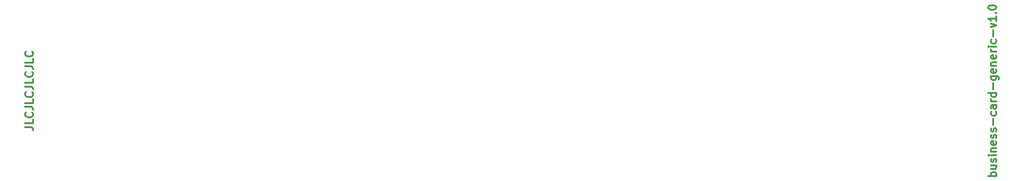
<source format=gbr>
%TF.GenerationSoftware,KiCad,Pcbnew,8.0.5+dfsg-1*%
%TF.CreationDate,2024-09-24T14:54:02+01:00*%
%TF.ProjectId,business card-generic-panel,62757369-6e65-4737-9320-636172642d67,rev?*%
%TF.SameCoordinates,Original*%
%TF.FileFunction,Legend,Top*%
%TF.FilePolarity,Positive*%
%FSLAX46Y46*%
G04 Gerber Fmt 4.6, Leading zero omitted, Abs format (unit mm)*
G04 Created by KiCad (PCBNEW 8.0.5+dfsg-1) date 2024-09-24 14:54:02*
%MOMM*%
%LPD*%
G01*
G04 APERTURE LIST*
%ADD10C,0.300000*%
%ADD11C,4.200000*%
%ADD12C,1.000000*%
%ADD13C,2.000000*%
G04 APERTURE END LIST*
D10*
X56445328Y-168428571D02*
X57516757Y-168428571D01*
X57516757Y-168428571D02*
X57731042Y-168500000D01*
X57731042Y-168500000D02*
X57873900Y-168642857D01*
X57873900Y-168642857D02*
X57945328Y-168857143D01*
X57945328Y-168857143D02*
X57945328Y-169000000D01*
X57945328Y-167000000D02*
X57945328Y-167714286D01*
X57945328Y-167714286D02*
X56445328Y-167714286D01*
X57802471Y-165642857D02*
X57873900Y-165714285D01*
X57873900Y-165714285D02*
X57945328Y-165928571D01*
X57945328Y-165928571D02*
X57945328Y-166071428D01*
X57945328Y-166071428D02*
X57873900Y-166285714D01*
X57873900Y-166285714D02*
X57731042Y-166428571D01*
X57731042Y-166428571D02*
X57588185Y-166500000D01*
X57588185Y-166500000D02*
X57302471Y-166571428D01*
X57302471Y-166571428D02*
X57088185Y-166571428D01*
X57088185Y-166571428D02*
X56802471Y-166500000D01*
X56802471Y-166500000D02*
X56659614Y-166428571D01*
X56659614Y-166428571D02*
X56516757Y-166285714D01*
X56516757Y-166285714D02*
X56445328Y-166071428D01*
X56445328Y-166071428D02*
X56445328Y-165928571D01*
X56445328Y-165928571D02*
X56516757Y-165714285D01*
X56516757Y-165714285D02*
X56588185Y-165642857D01*
X56445328Y-164571428D02*
X57516757Y-164571428D01*
X57516757Y-164571428D02*
X57731042Y-164642857D01*
X57731042Y-164642857D02*
X57873900Y-164785714D01*
X57873900Y-164785714D02*
X57945328Y-165000000D01*
X57945328Y-165000000D02*
X57945328Y-165142857D01*
X57945328Y-163142857D02*
X57945328Y-163857143D01*
X57945328Y-163857143D02*
X56445328Y-163857143D01*
X57802471Y-161785714D02*
X57873900Y-161857142D01*
X57873900Y-161857142D02*
X57945328Y-162071428D01*
X57945328Y-162071428D02*
X57945328Y-162214285D01*
X57945328Y-162214285D02*
X57873900Y-162428571D01*
X57873900Y-162428571D02*
X57731042Y-162571428D01*
X57731042Y-162571428D02*
X57588185Y-162642857D01*
X57588185Y-162642857D02*
X57302471Y-162714285D01*
X57302471Y-162714285D02*
X57088185Y-162714285D01*
X57088185Y-162714285D02*
X56802471Y-162642857D01*
X56802471Y-162642857D02*
X56659614Y-162571428D01*
X56659614Y-162571428D02*
X56516757Y-162428571D01*
X56516757Y-162428571D02*
X56445328Y-162214285D01*
X56445328Y-162214285D02*
X56445328Y-162071428D01*
X56445328Y-162071428D02*
X56516757Y-161857142D01*
X56516757Y-161857142D02*
X56588185Y-161785714D01*
X56445328Y-160714285D02*
X57516757Y-160714285D01*
X57516757Y-160714285D02*
X57731042Y-160785714D01*
X57731042Y-160785714D02*
X57873900Y-160928571D01*
X57873900Y-160928571D02*
X57945328Y-161142857D01*
X57945328Y-161142857D02*
X57945328Y-161285714D01*
X57945328Y-159285714D02*
X57945328Y-160000000D01*
X57945328Y-160000000D02*
X56445328Y-160000000D01*
X57802471Y-157928571D02*
X57873900Y-157999999D01*
X57873900Y-157999999D02*
X57945328Y-158214285D01*
X57945328Y-158214285D02*
X57945328Y-158357142D01*
X57945328Y-158357142D02*
X57873900Y-158571428D01*
X57873900Y-158571428D02*
X57731042Y-158714285D01*
X57731042Y-158714285D02*
X57588185Y-158785714D01*
X57588185Y-158785714D02*
X57302471Y-158857142D01*
X57302471Y-158857142D02*
X57088185Y-158857142D01*
X57088185Y-158857142D02*
X56802471Y-158785714D01*
X56802471Y-158785714D02*
X56659614Y-158714285D01*
X56659614Y-158714285D02*
X56516757Y-158571428D01*
X56516757Y-158571428D02*
X56445328Y-158357142D01*
X56445328Y-158357142D02*
X56445328Y-158214285D01*
X56445328Y-158214285D02*
X56516757Y-157999999D01*
X56516757Y-157999999D02*
X56588185Y-157928571D01*
X56445328Y-156857142D02*
X57516757Y-156857142D01*
X57516757Y-156857142D02*
X57731042Y-156928571D01*
X57731042Y-156928571D02*
X57873900Y-157071428D01*
X57873900Y-157071428D02*
X57945328Y-157285714D01*
X57945328Y-157285714D02*
X57945328Y-157428571D01*
X57945328Y-155428571D02*
X57945328Y-156142857D01*
X57945328Y-156142857D02*
X56445328Y-156142857D01*
X57802471Y-154071428D02*
X57873900Y-154142856D01*
X57873900Y-154142856D02*
X57945328Y-154357142D01*
X57945328Y-154357142D02*
X57945328Y-154499999D01*
X57945328Y-154499999D02*
X57873900Y-154714285D01*
X57873900Y-154714285D02*
X57731042Y-154857142D01*
X57731042Y-154857142D02*
X57588185Y-154928571D01*
X57588185Y-154928571D02*
X57302471Y-154999999D01*
X57302471Y-154999999D02*
X57088185Y-154999999D01*
X57088185Y-154999999D02*
X56802471Y-154928571D01*
X56802471Y-154928571D02*
X56659614Y-154857142D01*
X56659614Y-154857142D02*
X56516757Y-154714285D01*
X56516757Y-154714285D02*
X56445328Y-154499999D01*
X56445328Y-154499999D02*
X56445328Y-154357142D01*
X56445328Y-154357142D02*
X56516757Y-154142856D01*
X56516757Y-154142856D02*
X56588185Y-154071428D01*
X240411328Y-177714285D02*
X238911328Y-177714285D01*
X239482757Y-177714285D02*
X239411328Y-177571428D01*
X239411328Y-177571428D02*
X239411328Y-177285713D01*
X239411328Y-177285713D02*
X239482757Y-177142856D01*
X239482757Y-177142856D02*
X239554185Y-177071428D01*
X239554185Y-177071428D02*
X239697042Y-176999999D01*
X239697042Y-176999999D02*
X240125614Y-176999999D01*
X240125614Y-176999999D02*
X240268471Y-177071428D01*
X240268471Y-177071428D02*
X240339900Y-177142856D01*
X240339900Y-177142856D02*
X240411328Y-177285713D01*
X240411328Y-177285713D02*
X240411328Y-177571428D01*
X240411328Y-177571428D02*
X240339900Y-177714285D01*
X239411328Y-175714285D02*
X240411328Y-175714285D01*
X239411328Y-176357142D02*
X240197042Y-176357142D01*
X240197042Y-176357142D02*
X240339900Y-176285713D01*
X240339900Y-176285713D02*
X240411328Y-176142856D01*
X240411328Y-176142856D02*
X240411328Y-175928570D01*
X240411328Y-175928570D02*
X240339900Y-175785713D01*
X240339900Y-175785713D02*
X240268471Y-175714285D01*
X240339900Y-175071427D02*
X240411328Y-174928570D01*
X240411328Y-174928570D02*
X240411328Y-174642856D01*
X240411328Y-174642856D02*
X240339900Y-174499999D01*
X240339900Y-174499999D02*
X240197042Y-174428570D01*
X240197042Y-174428570D02*
X240125614Y-174428570D01*
X240125614Y-174428570D02*
X239982757Y-174499999D01*
X239982757Y-174499999D02*
X239911328Y-174642856D01*
X239911328Y-174642856D02*
X239911328Y-174857142D01*
X239911328Y-174857142D02*
X239839900Y-174999999D01*
X239839900Y-174999999D02*
X239697042Y-175071427D01*
X239697042Y-175071427D02*
X239625614Y-175071427D01*
X239625614Y-175071427D02*
X239482757Y-174999999D01*
X239482757Y-174999999D02*
X239411328Y-174857142D01*
X239411328Y-174857142D02*
X239411328Y-174642856D01*
X239411328Y-174642856D02*
X239482757Y-174499999D01*
X240411328Y-173785713D02*
X239411328Y-173785713D01*
X238911328Y-173785713D02*
X238982757Y-173857141D01*
X238982757Y-173857141D02*
X239054185Y-173785713D01*
X239054185Y-173785713D02*
X238982757Y-173714284D01*
X238982757Y-173714284D02*
X238911328Y-173785713D01*
X238911328Y-173785713D02*
X239054185Y-173785713D01*
X239411328Y-173071427D02*
X240411328Y-173071427D01*
X239554185Y-173071427D02*
X239482757Y-172999998D01*
X239482757Y-172999998D02*
X239411328Y-172857141D01*
X239411328Y-172857141D02*
X239411328Y-172642855D01*
X239411328Y-172642855D02*
X239482757Y-172499998D01*
X239482757Y-172499998D02*
X239625614Y-172428570D01*
X239625614Y-172428570D02*
X240411328Y-172428570D01*
X240339900Y-171142855D02*
X240411328Y-171285712D01*
X240411328Y-171285712D02*
X240411328Y-171571427D01*
X240411328Y-171571427D02*
X240339900Y-171714284D01*
X240339900Y-171714284D02*
X240197042Y-171785712D01*
X240197042Y-171785712D02*
X239625614Y-171785712D01*
X239625614Y-171785712D02*
X239482757Y-171714284D01*
X239482757Y-171714284D02*
X239411328Y-171571427D01*
X239411328Y-171571427D02*
X239411328Y-171285712D01*
X239411328Y-171285712D02*
X239482757Y-171142855D01*
X239482757Y-171142855D02*
X239625614Y-171071427D01*
X239625614Y-171071427D02*
X239768471Y-171071427D01*
X239768471Y-171071427D02*
X239911328Y-171785712D01*
X240339900Y-170499998D02*
X240411328Y-170357141D01*
X240411328Y-170357141D02*
X240411328Y-170071427D01*
X240411328Y-170071427D02*
X240339900Y-169928570D01*
X240339900Y-169928570D02*
X240197042Y-169857141D01*
X240197042Y-169857141D02*
X240125614Y-169857141D01*
X240125614Y-169857141D02*
X239982757Y-169928570D01*
X239982757Y-169928570D02*
X239911328Y-170071427D01*
X239911328Y-170071427D02*
X239911328Y-170285713D01*
X239911328Y-170285713D02*
X239839900Y-170428570D01*
X239839900Y-170428570D02*
X239697042Y-170499998D01*
X239697042Y-170499998D02*
X239625614Y-170499998D01*
X239625614Y-170499998D02*
X239482757Y-170428570D01*
X239482757Y-170428570D02*
X239411328Y-170285713D01*
X239411328Y-170285713D02*
X239411328Y-170071427D01*
X239411328Y-170071427D02*
X239482757Y-169928570D01*
X240339900Y-169285712D02*
X240411328Y-169142855D01*
X240411328Y-169142855D02*
X240411328Y-168857141D01*
X240411328Y-168857141D02*
X240339900Y-168714284D01*
X240339900Y-168714284D02*
X240197042Y-168642855D01*
X240197042Y-168642855D02*
X240125614Y-168642855D01*
X240125614Y-168642855D02*
X239982757Y-168714284D01*
X239982757Y-168714284D02*
X239911328Y-168857141D01*
X239911328Y-168857141D02*
X239911328Y-169071427D01*
X239911328Y-169071427D02*
X239839900Y-169214284D01*
X239839900Y-169214284D02*
X239697042Y-169285712D01*
X239697042Y-169285712D02*
X239625614Y-169285712D01*
X239625614Y-169285712D02*
X239482757Y-169214284D01*
X239482757Y-169214284D02*
X239411328Y-169071427D01*
X239411328Y-169071427D02*
X239411328Y-168857141D01*
X239411328Y-168857141D02*
X239482757Y-168714284D01*
X239839900Y-167999998D02*
X239839900Y-166857141D01*
X240339900Y-165499998D02*
X240411328Y-165642855D01*
X240411328Y-165642855D02*
X240411328Y-165928569D01*
X240411328Y-165928569D02*
X240339900Y-166071426D01*
X240339900Y-166071426D02*
X240268471Y-166142855D01*
X240268471Y-166142855D02*
X240125614Y-166214283D01*
X240125614Y-166214283D02*
X239697042Y-166214283D01*
X239697042Y-166214283D02*
X239554185Y-166142855D01*
X239554185Y-166142855D02*
X239482757Y-166071426D01*
X239482757Y-166071426D02*
X239411328Y-165928569D01*
X239411328Y-165928569D02*
X239411328Y-165642855D01*
X239411328Y-165642855D02*
X239482757Y-165499998D01*
X240411328Y-164214284D02*
X239625614Y-164214284D01*
X239625614Y-164214284D02*
X239482757Y-164285712D01*
X239482757Y-164285712D02*
X239411328Y-164428569D01*
X239411328Y-164428569D02*
X239411328Y-164714284D01*
X239411328Y-164714284D02*
X239482757Y-164857141D01*
X240339900Y-164214284D02*
X240411328Y-164357141D01*
X240411328Y-164357141D02*
X240411328Y-164714284D01*
X240411328Y-164714284D02*
X240339900Y-164857141D01*
X240339900Y-164857141D02*
X240197042Y-164928569D01*
X240197042Y-164928569D02*
X240054185Y-164928569D01*
X240054185Y-164928569D02*
X239911328Y-164857141D01*
X239911328Y-164857141D02*
X239839900Y-164714284D01*
X239839900Y-164714284D02*
X239839900Y-164357141D01*
X239839900Y-164357141D02*
X239768471Y-164214284D01*
X240411328Y-163499998D02*
X239411328Y-163499998D01*
X239697042Y-163499998D02*
X239554185Y-163428569D01*
X239554185Y-163428569D02*
X239482757Y-163357141D01*
X239482757Y-163357141D02*
X239411328Y-163214283D01*
X239411328Y-163214283D02*
X239411328Y-163071426D01*
X240411328Y-161928570D02*
X238911328Y-161928570D01*
X240339900Y-161928570D02*
X240411328Y-162071427D01*
X240411328Y-162071427D02*
X240411328Y-162357141D01*
X240411328Y-162357141D02*
X240339900Y-162499998D01*
X240339900Y-162499998D02*
X240268471Y-162571427D01*
X240268471Y-162571427D02*
X240125614Y-162642855D01*
X240125614Y-162642855D02*
X239697042Y-162642855D01*
X239697042Y-162642855D02*
X239554185Y-162571427D01*
X239554185Y-162571427D02*
X239482757Y-162499998D01*
X239482757Y-162499998D02*
X239411328Y-162357141D01*
X239411328Y-162357141D02*
X239411328Y-162071427D01*
X239411328Y-162071427D02*
X239482757Y-161928570D01*
X239839900Y-161214284D02*
X239839900Y-160071427D01*
X239411328Y-158714284D02*
X240625614Y-158714284D01*
X240625614Y-158714284D02*
X240768471Y-158785712D01*
X240768471Y-158785712D02*
X240839900Y-158857141D01*
X240839900Y-158857141D02*
X240911328Y-158999998D01*
X240911328Y-158999998D02*
X240911328Y-159214284D01*
X240911328Y-159214284D02*
X240839900Y-159357141D01*
X240339900Y-158714284D02*
X240411328Y-158857141D01*
X240411328Y-158857141D02*
X240411328Y-159142855D01*
X240411328Y-159142855D02*
X240339900Y-159285712D01*
X240339900Y-159285712D02*
X240268471Y-159357141D01*
X240268471Y-159357141D02*
X240125614Y-159428569D01*
X240125614Y-159428569D02*
X239697042Y-159428569D01*
X239697042Y-159428569D02*
X239554185Y-159357141D01*
X239554185Y-159357141D02*
X239482757Y-159285712D01*
X239482757Y-159285712D02*
X239411328Y-159142855D01*
X239411328Y-159142855D02*
X239411328Y-158857141D01*
X239411328Y-158857141D02*
X239482757Y-158714284D01*
X240339900Y-157428569D02*
X240411328Y-157571426D01*
X240411328Y-157571426D02*
X240411328Y-157857141D01*
X240411328Y-157857141D02*
X240339900Y-157999998D01*
X240339900Y-157999998D02*
X240197042Y-158071426D01*
X240197042Y-158071426D02*
X239625614Y-158071426D01*
X239625614Y-158071426D02*
X239482757Y-157999998D01*
X239482757Y-157999998D02*
X239411328Y-157857141D01*
X239411328Y-157857141D02*
X239411328Y-157571426D01*
X239411328Y-157571426D02*
X239482757Y-157428569D01*
X239482757Y-157428569D02*
X239625614Y-157357141D01*
X239625614Y-157357141D02*
X239768471Y-157357141D01*
X239768471Y-157357141D02*
X239911328Y-158071426D01*
X239411328Y-156714284D02*
X240411328Y-156714284D01*
X239554185Y-156714284D02*
X239482757Y-156642855D01*
X239482757Y-156642855D02*
X239411328Y-156499998D01*
X239411328Y-156499998D02*
X239411328Y-156285712D01*
X239411328Y-156285712D02*
X239482757Y-156142855D01*
X239482757Y-156142855D02*
X239625614Y-156071427D01*
X239625614Y-156071427D02*
X240411328Y-156071427D01*
X240339900Y-154785712D02*
X240411328Y-154928569D01*
X240411328Y-154928569D02*
X240411328Y-155214284D01*
X240411328Y-155214284D02*
X240339900Y-155357141D01*
X240339900Y-155357141D02*
X240197042Y-155428569D01*
X240197042Y-155428569D02*
X239625614Y-155428569D01*
X239625614Y-155428569D02*
X239482757Y-155357141D01*
X239482757Y-155357141D02*
X239411328Y-155214284D01*
X239411328Y-155214284D02*
X239411328Y-154928569D01*
X239411328Y-154928569D02*
X239482757Y-154785712D01*
X239482757Y-154785712D02*
X239625614Y-154714284D01*
X239625614Y-154714284D02*
X239768471Y-154714284D01*
X239768471Y-154714284D02*
X239911328Y-155428569D01*
X240411328Y-154071427D02*
X239411328Y-154071427D01*
X239697042Y-154071427D02*
X239554185Y-153999998D01*
X239554185Y-153999998D02*
X239482757Y-153928570D01*
X239482757Y-153928570D02*
X239411328Y-153785712D01*
X239411328Y-153785712D02*
X239411328Y-153642855D01*
X240411328Y-153142856D02*
X239411328Y-153142856D01*
X238911328Y-153142856D02*
X238982757Y-153214284D01*
X238982757Y-153214284D02*
X239054185Y-153142856D01*
X239054185Y-153142856D02*
X238982757Y-153071427D01*
X238982757Y-153071427D02*
X238911328Y-153142856D01*
X238911328Y-153142856D02*
X239054185Y-153142856D01*
X240339900Y-151785713D02*
X240411328Y-151928570D01*
X240411328Y-151928570D02*
X240411328Y-152214284D01*
X240411328Y-152214284D02*
X240339900Y-152357141D01*
X240339900Y-152357141D02*
X240268471Y-152428570D01*
X240268471Y-152428570D02*
X240125614Y-152499998D01*
X240125614Y-152499998D02*
X239697042Y-152499998D01*
X239697042Y-152499998D02*
X239554185Y-152428570D01*
X239554185Y-152428570D02*
X239482757Y-152357141D01*
X239482757Y-152357141D02*
X239411328Y-152214284D01*
X239411328Y-152214284D02*
X239411328Y-151928570D01*
X239411328Y-151928570D02*
X239482757Y-151785713D01*
X239839900Y-151142856D02*
X239839900Y-149999999D01*
X239411328Y-149428570D02*
X240411328Y-149071427D01*
X240411328Y-149071427D02*
X239411328Y-148714284D01*
X240411328Y-147357141D02*
X240411328Y-148214284D01*
X240411328Y-147785713D02*
X238911328Y-147785713D01*
X238911328Y-147785713D02*
X239125614Y-147928570D01*
X239125614Y-147928570D02*
X239268471Y-148071427D01*
X239268471Y-148071427D02*
X239339900Y-148214284D01*
X240268471Y-146714285D02*
X240339900Y-146642856D01*
X240339900Y-146642856D02*
X240411328Y-146714285D01*
X240411328Y-146714285D02*
X240339900Y-146785713D01*
X240339900Y-146785713D02*
X240268471Y-146714285D01*
X240268471Y-146714285D02*
X240411328Y-146714285D01*
X238911328Y-145714284D02*
X238911328Y-145571427D01*
X238911328Y-145571427D02*
X238982757Y-145428570D01*
X238982757Y-145428570D02*
X239054185Y-145357142D01*
X239054185Y-145357142D02*
X239197042Y-145285713D01*
X239197042Y-145285713D02*
X239482757Y-145214284D01*
X239482757Y-145214284D02*
X239839900Y-145214284D01*
X239839900Y-145214284D02*
X240125614Y-145285713D01*
X240125614Y-145285713D02*
X240268471Y-145357142D01*
X240268471Y-145357142D02*
X240339900Y-145428570D01*
X240339900Y-145428570D02*
X240411328Y-145571427D01*
X240411328Y-145571427D02*
X240411328Y-145714284D01*
X240411328Y-145714284D02*
X240339900Y-145857142D01*
X240339900Y-145857142D02*
X240268471Y-145928570D01*
X240268471Y-145928570D02*
X240125614Y-145999999D01*
X240125614Y-145999999D02*
X239839900Y-146071427D01*
X239839900Y-146071427D02*
X239482757Y-146071427D01*
X239482757Y-146071427D02*
X239197042Y-145999999D01*
X239197042Y-145999999D02*
X239054185Y-145928570D01*
X239054185Y-145928570D02*
X238982757Y-145857142D01*
X238982757Y-145857142D02*
X238911328Y-145714284D01*
%LPC*%
D11*
%TO.C,REF\u002A\u002A*%
X142968000Y-138600000D03*
%TD*%
%TO.C,REF\u002A\u002A*%
X231200000Y-195800000D03*
%TD*%
%TO.C,REF\u002A\u002A*%
X231200000Y-253000000D03*
%TD*%
%TO.C,REF\u002A\u002A*%
X231200000Y-138600000D03*
%TD*%
%TO.C,REF\u002A\u002A*%
X231200000Y-24200000D03*
%TD*%
%TO.C,REF\u002A\u002A*%
X142968000Y-24200000D03*
%TD*%
%TO.C,REF\u002A\u002A*%
X142968000Y-195800000D03*
%TD*%
%TO.C,REF\u002A\u002A*%
X231200000Y-81400000D03*
%TD*%
D12*
%TO.C,KiKit_FID_T_1*%
X57617000Y-30000000D03*
%TD*%
%TO.C,KiKit_FID_T_3*%
X57617000Y-293000000D03*
%TD*%
D13*
%TO.C,KiKit_TO_1*%
X57267000Y-22500000D03*
%TD*%
%TO.C,KiKit_TO_2*%
X239733000Y-22500000D03*
%TD*%
D12*
%TO.C,KiKit_FID_T_2*%
X239383000Y-30000000D03*
%TD*%
D11*
%TO.C,REF\u002A\u002A*%
X142968000Y-253000000D03*
%TD*%
%TO.C,REF\u002A\u002A*%
X142968000Y-81400000D03*
%TD*%
D13*
%TO.C,KiKit_TO_3*%
X57267000Y-300500000D03*
%TD*%
%LPD*%
M02*

</source>
